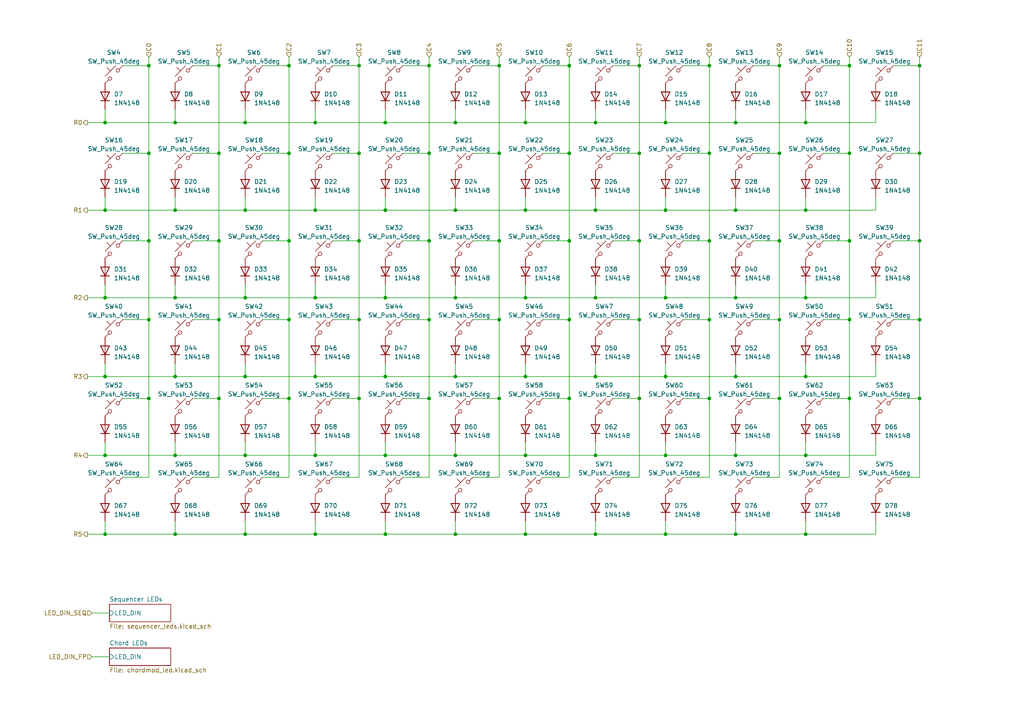
<source format=kicad_sch>
(kicad_sch (version 20230121) (generator eeschema)
  (paper "A4")
  (junction (at 50.8 132.08))
  (junction (at 111.76 109.22))
  (junction (at 226.06 92.71))
  (junction (at 124.46 115.57))
  (junction (at 172.72 132.08))
  (junction (at 266.7 69.85))
  (junction (at 63.5 69.85))
  (junction (at 233.68 109.22))
  (junction (at 71.12 154.94))
  (junction (at 165.1 115.57))
  (junction (at 104.14 19.05))
  (junction (at 71.12 132.08))
  (junction (at 83.82 92.71))
  (junction (at 71.12 35.56))
  (junction (at 83.82 19.05))
  (junction (at 111.76 154.94))
  (junction (at 71.12 109.22))
  (junction (at 246.38 44.45))
  (junction (at 213.36 109.22))
  (junction (at 226.06 115.57))
  (junction (at 43.18 69.85))
  (junction (at 83.82 44.45))
  (junction (at 226.06 69.85))
  (junction (at 246.38 115.57))
  (junction (at 144.78 115.57))
  (junction (at 233.68 60.96))
  (junction (at 43.18 19.05))
  (junction (at 111.76 86.36))
  (junction (at 71.12 60.96))
  (junction (at 43.18 44.45))
  (junction (at 205.74 19.05))
  (junction (at 132.08 35.56))
  (junction (at 185.42 19.05))
  (junction (at 132.08 132.08))
  (junction (at 193.04 109.22))
  (junction (at 213.36 60.96))
  (junction (at 63.5 44.45))
  (junction (at 30.48 132.08))
  (junction (at 172.72 154.94))
  (junction (at 152.4 60.96))
  (junction (at 246.38 69.85))
  (junction (at 63.5 19.05))
  (junction (at 266.7 19.05))
  (junction (at 30.48 35.56))
  (junction (at 165.1 92.71))
  (junction (at 172.72 35.56))
  (junction (at 144.78 19.05))
  (junction (at 213.36 35.56))
  (junction (at 50.8 35.56))
  (junction (at 91.44 35.56))
  (junction (at 71.12 86.36))
  (junction (at 50.8 109.22))
  (junction (at 144.78 92.71))
  (junction (at 172.72 86.36))
  (junction (at 205.74 69.85))
  (junction (at 165.1 19.05))
  (junction (at 165.1 69.85))
  (junction (at 132.08 109.22))
  (junction (at 193.04 86.36))
  (junction (at 124.46 44.45))
  (junction (at 193.04 35.56))
  (junction (at 132.08 154.94))
  (junction (at 124.46 69.85))
  (junction (at 104.14 44.45))
  (junction (at 30.48 154.94))
  (junction (at 83.82 69.85))
  (junction (at 246.38 19.05))
  (junction (at 144.78 69.85))
  (junction (at 226.06 19.05))
  (junction (at 213.36 154.94))
  (junction (at 50.8 86.36))
  (junction (at 91.44 109.22))
  (junction (at 193.04 132.08))
  (junction (at 205.74 92.71))
  (junction (at 43.18 92.71))
  (junction (at 185.42 115.57))
  (junction (at 185.42 92.71))
  (junction (at 104.14 92.71))
  (junction (at 91.44 60.96))
  (junction (at 266.7 115.57))
  (junction (at 152.4 132.08))
  (junction (at 104.14 115.57))
  (junction (at 233.68 154.94))
  (junction (at 193.04 60.96))
  (junction (at 111.76 132.08))
  (junction (at 233.68 35.56))
  (junction (at 132.08 86.36))
  (junction (at 111.76 60.96))
  (junction (at 50.8 154.94))
  (junction (at 83.82 115.57))
  (junction (at 91.44 132.08))
  (junction (at 124.46 19.05))
  (junction (at 104.14 69.85))
  (junction (at 43.18 115.57))
  (junction (at 63.5 115.57))
  (junction (at 172.72 109.22))
  (junction (at 152.4 154.94))
  (junction (at 266.7 44.45))
  (junction (at 226.06 44.45))
  (junction (at 205.74 115.57))
  (junction (at 266.7 92.71))
  (junction (at 50.8 60.96))
  (junction (at 213.36 132.08))
  (junction (at 185.42 44.45))
  (junction (at 165.1 44.45))
  (junction (at 91.44 86.36))
  (junction (at 124.46 92.71))
  (junction (at 111.76 35.56))
  (junction (at 91.44 154.94))
  (junction (at 152.4 109.22))
  (junction (at 144.78 44.45))
  (junction (at 132.08 60.96))
  (junction (at 30.48 60.96))
  (junction (at 152.4 35.56))
  (junction (at 205.74 44.45))
  (junction (at 172.72 60.96))
  (junction (at 233.68 132.08))
  (junction (at 246.38 92.71))
  (junction (at 30.48 86.36))
  (junction (at 30.48 109.22))
  (junction (at 213.36 86.36))
  (junction (at 152.4 86.36))
  (junction (at 233.68 86.36))
  (junction (at 193.04 154.94))
  (junction (at 185.42 69.85))
  (junction (at 63.5 92.71))
  (wire (pts (xy 96.52 92.71) (xy 104.14 92.71)))
  (wire (pts (xy 213.36 82.55) (xy 213.36 86.36)))
  (wire (pts (xy 177.8 92.71) (xy 185.42 92.71)))
  (wire (pts (xy 254 31.75) (xy 254 35.56)))
  (wire (pts (xy 76.2 115.57) (xy 83.82 115.57)))
  (wire (pts (xy 104.14 115.57) (xy 104.14 138.43)))
  (wire (pts (xy 259.08 44.45) (xy 266.7 44.45)))
  (wire (pts (xy 26.67 190.5) (xy 31.75 190.5)))
  (wire (pts (xy 63.5 92.71) (xy 63.5 115.57)))
  (wire (pts (xy 218.44 138.43) (xy 226.06 138.43)))
  (wire (pts (xy 233.68 151.13) (xy 233.68 154.94)))
  (wire (pts (xy 111.76 109.22) (xy 132.08 109.22)))
  (wire (pts (xy 238.76 19.05) (xy 246.38 19.05)))
  (wire (pts (xy 50.8 154.94) (xy 71.12 154.94)))
  (wire (pts (xy 104.14 16.51) (xy 104.14 19.05)))
  (wire (pts (xy 132.08 109.22) (xy 152.4 109.22)))
  (wire (pts (xy 165.1 69.85) (xy 165.1 92.71)))
  (wire (pts (xy 91.44 154.94) (xy 111.76 154.94)))
  (wire (pts (xy 71.12 132.08) (xy 91.44 132.08)))
  (wire (pts (xy 213.36 151.13) (xy 213.36 154.94)))
  (wire (pts (xy 116.84 19.05) (xy 124.46 19.05)))
  (wire (pts (xy 198.12 19.05) (xy 205.74 19.05)))
  (wire (pts (xy 266.7 44.45) (xy 266.7 69.85)))
  (wire (pts (xy 104.14 44.45) (xy 104.14 69.85)))
  (wire (pts (xy 111.76 132.08) (xy 132.08 132.08)))
  (wire (pts (xy 213.36 60.96) (xy 233.68 60.96)))
  (wire (pts (xy 172.72 86.36) (xy 193.04 86.36)))
  (wire (pts (xy 246.38 115.57) (xy 246.38 138.43)))
  (wire (pts (xy 193.04 57.15) (xy 193.04 60.96)))
  (wire (pts (xy 185.42 16.51) (xy 185.42 19.05)))
  (wire (pts (xy 218.44 69.85) (xy 226.06 69.85)))
  (wire (pts (xy 233.68 132.08) (xy 254 132.08)))
  (wire (pts (xy 83.82 69.85) (xy 83.82 92.71)))
  (wire (pts (xy 132.08 128.27) (xy 132.08 132.08)))
  (wire (pts (xy 30.48 154.94) (xy 50.8 154.94)))
  (wire (pts (xy 91.44 35.56) (xy 111.76 35.56)))
  (wire (pts (xy 137.16 19.05) (xy 144.78 19.05)))
  (wire (pts (xy 218.44 19.05) (xy 226.06 19.05)))
  (wire (pts (xy 205.74 44.45) (xy 205.74 69.85)))
  (wire (pts (xy 254 82.55) (xy 254 86.36)))
  (wire (pts (xy 172.72 82.55) (xy 172.72 86.36)))
  (wire (pts (xy 30.48 57.15) (xy 30.48 60.96)))
  (wire (pts (xy 152.4 154.94) (xy 172.72 154.94)))
  (wire (pts (xy 124.46 16.51) (xy 124.46 19.05)))
  (wire (pts (xy 137.16 138.43) (xy 144.78 138.43)))
  (wire (pts (xy 83.82 19.05) (xy 83.82 44.45)))
  (wire (pts (xy 266.7 92.71) (xy 266.7 115.57)))
  (wire (pts (xy 25.4 132.08) (xy 30.48 132.08)))
  (wire (pts (xy 111.76 105.41) (xy 111.76 109.22)))
  (wire (pts (xy 193.04 109.22) (xy 213.36 109.22)))
  (wire (pts (xy 137.16 115.57) (xy 144.78 115.57)))
  (wire (pts (xy 111.76 60.96) (xy 132.08 60.96)))
  (wire (pts (xy 96.52 115.57) (xy 104.14 115.57)))
  (wire (pts (xy 266.7 19.05) (xy 266.7 44.45)))
  (wire (pts (xy 116.84 138.43) (xy 124.46 138.43)))
  (wire (pts (xy 198.12 69.85) (xy 205.74 69.85)))
  (wire (pts (xy 152.4 128.27) (xy 152.4 132.08)))
  (wire (pts (xy 50.8 128.27) (xy 50.8 132.08)))
  (wire (pts (xy 144.78 92.71) (xy 144.78 115.57)))
  (wire (pts (xy 71.12 57.15) (xy 71.12 60.96)))
  (wire (pts (xy 50.8 31.75) (xy 50.8 35.56)))
  (wire (pts (xy 193.04 105.41) (xy 193.04 109.22)))
  (wire (pts (xy 193.04 82.55) (xy 193.04 86.36)))
  (wire (pts (xy 157.48 115.57) (xy 165.1 115.57)))
  (wire (pts (xy 193.04 31.75) (xy 193.04 35.56)))
  (wire (pts (xy 233.68 86.36) (xy 254 86.36)))
  (wire (pts (xy 152.4 82.55) (xy 152.4 86.36)))
  (wire (pts (xy 35.56 138.43) (xy 43.18 138.43)))
  (wire (pts (xy 254 57.15) (xy 254 60.96)))
  (wire (pts (xy 233.68 128.27) (xy 233.68 132.08)))
  (wire (pts (xy 185.42 44.45) (xy 185.42 69.85)))
  (wire (pts (xy 132.08 86.36) (xy 152.4 86.36)))
  (wire (pts (xy 116.84 115.57) (xy 124.46 115.57)))
  (wire (pts (xy 165.1 115.57) (xy 165.1 138.43)))
  (wire (pts (xy 157.48 19.05) (xy 165.1 19.05)))
  (wire (pts (xy 76.2 19.05) (xy 83.82 19.05)))
  (wire (pts (xy 172.72 128.27) (xy 172.72 132.08)))
  (wire (pts (xy 213.36 132.08) (xy 233.68 132.08)))
  (wire (pts (xy 43.18 115.57) (xy 43.18 138.43)))
  (wire (pts (xy 55.88 44.45) (xy 63.5 44.45)))
  (wire (pts (xy 218.44 44.45) (xy 226.06 44.45)))
  (wire (pts (xy 71.12 86.36) (xy 91.44 86.36)))
  (wire (pts (xy 132.08 151.13) (xy 132.08 154.94)))
  (wire (pts (xy 96.52 69.85) (xy 104.14 69.85)))
  (wire (pts (xy 132.08 60.96) (xy 152.4 60.96)))
  (wire (pts (xy 172.72 57.15) (xy 172.72 60.96)))
  (wire (pts (xy 30.48 128.27) (xy 30.48 132.08)))
  (wire (pts (xy 218.44 115.57) (xy 226.06 115.57)))
  (wire (pts (xy 30.48 109.22) (xy 50.8 109.22)))
  (wire (pts (xy 213.36 57.15) (xy 213.36 60.96)))
  (wire (pts (xy 71.12 35.56) (xy 91.44 35.56)))
  (wire (pts (xy 226.06 44.45) (xy 226.06 69.85)))
  (wire (pts (xy 266.7 115.57) (xy 266.7 138.43)))
  (wire (pts (xy 172.72 109.22) (xy 193.04 109.22)))
  (wire (pts (xy 233.68 57.15) (xy 233.68 60.96)))
  (wire (pts (xy 30.48 82.55) (xy 30.48 86.36)))
  (wire (pts (xy 76.2 69.85) (xy 83.82 69.85)))
  (wire (pts (xy 205.74 92.71) (xy 205.74 115.57)))
  (wire (pts (xy 259.08 19.05) (xy 266.7 19.05)))
  (wire (pts (xy 213.36 35.56) (xy 233.68 35.56)))
  (wire (pts (xy 30.48 86.36) (xy 50.8 86.36)))
  (wire (pts (xy 152.4 31.75) (xy 152.4 35.56)))
  (wire (pts (xy 157.48 138.43) (xy 165.1 138.43)))
  (wire (pts (xy 185.42 69.85) (xy 185.42 92.71)))
  (wire (pts (xy 218.44 92.71) (xy 226.06 92.71)))
  (wire (pts (xy 132.08 35.56) (xy 152.4 35.56)))
  (wire (pts (xy 238.76 44.45) (xy 246.38 44.45)))
  (wire (pts (xy 83.82 16.51) (xy 83.82 19.05)))
  (wire (pts (xy 259.08 69.85) (xy 266.7 69.85)))
  (wire (pts (xy 259.08 92.71) (xy 266.7 92.71)))
  (wire (pts (xy 165.1 16.51) (xy 165.1 19.05)))
  (wire (pts (xy 233.68 82.55) (xy 233.68 86.36)))
  (wire (pts (xy 205.74 16.51) (xy 205.74 19.05)))
  (wire (pts (xy 96.52 44.45) (xy 104.14 44.45)))
  (wire (pts (xy 213.36 128.27) (xy 213.36 132.08)))
  (wire (pts (xy 111.76 86.36) (xy 132.08 86.36)))
  (wire (pts (xy 233.68 109.22) (xy 254 109.22)))
  (wire (pts (xy 71.12 109.22) (xy 91.44 109.22)))
  (wire (pts (xy 55.88 19.05) (xy 63.5 19.05)))
  (wire (pts (xy 96.52 19.05) (xy 104.14 19.05)))
  (wire (pts (xy 152.4 60.96) (xy 172.72 60.96)))
  (wire (pts (xy 233.68 60.96) (xy 254 60.96)))
  (wire (pts (xy 71.12 31.75) (xy 71.12 35.56)))
  (wire (pts (xy 157.48 92.71) (xy 165.1 92.71)))
  (wire (pts (xy 246.38 69.85) (xy 246.38 92.71)))
  (wire (pts (xy 193.04 86.36) (xy 213.36 86.36)))
  (wire (pts (xy 254 128.27) (xy 254 132.08)))
  (wire (pts (xy 177.8 19.05) (xy 185.42 19.05)))
  (wire (pts (xy 71.12 128.27) (xy 71.12 132.08)))
  (wire (pts (xy 177.8 44.45) (xy 185.42 44.45)))
  (wire (pts (xy 111.76 31.75) (xy 111.76 35.56)))
  (wire (pts (xy 124.46 69.85) (xy 124.46 92.71)))
  (wire (pts (xy 71.12 105.41) (xy 71.12 109.22)))
  (wire (pts (xy 116.84 69.85) (xy 124.46 69.85)))
  (wire (pts (xy 124.46 19.05) (xy 124.46 44.45)))
  (wire (pts (xy 137.16 69.85) (xy 144.78 69.85)))
  (wire (pts (xy 238.76 115.57) (xy 246.38 115.57)))
  (wire (pts (xy 172.72 35.56) (xy 193.04 35.56)))
  (wire (pts (xy 124.46 115.57) (xy 124.46 138.43)))
  (wire (pts (xy 96.52 138.43) (xy 104.14 138.43)))
  (wire (pts (xy 30.48 31.75) (xy 30.48 35.56)))
  (wire (pts (xy 132.08 82.55) (xy 132.08 86.36)))
  (wire (pts (xy 132.08 154.94) (xy 152.4 154.94)))
  (wire (pts (xy 177.8 69.85) (xy 185.42 69.85)))
  (wire (pts (xy 144.78 69.85) (xy 144.78 92.71)))
  (wire (pts (xy 172.72 31.75) (xy 172.72 35.56)))
  (wire (pts (xy 26.67 177.8) (xy 31.75 177.8)))
  (wire (pts (xy 25.4 109.22) (xy 30.48 109.22)))
  (wire (pts (xy 238.76 138.43) (xy 246.38 138.43)))
  (wire (pts (xy 111.76 128.27) (xy 111.76 132.08)))
  (wire (pts (xy 259.08 115.57) (xy 266.7 115.57)))
  (wire (pts (xy 198.12 115.57) (xy 205.74 115.57)))
  (wire (pts (xy 55.88 138.43) (xy 63.5 138.43)))
  (wire (pts (xy 83.82 115.57) (xy 83.82 138.43)))
  (wire (pts (xy 50.8 109.22) (xy 71.12 109.22)))
  (wire (pts (xy 152.4 105.41) (xy 152.4 109.22)))
  (wire (pts (xy 83.82 92.71) (xy 83.82 115.57)))
  (wire (pts (xy 76.2 44.45) (xy 83.82 44.45)))
  (wire (pts (xy 213.36 31.75) (xy 213.36 35.56)))
  (wire (pts (xy 266.7 69.85) (xy 266.7 92.71)))
  (wire (pts (xy 152.4 86.36) (xy 172.72 86.36)))
  (wire (pts (xy 25.4 35.56) (xy 30.48 35.56)))
  (wire (pts (xy 233.68 105.41) (xy 233.68 109.22)))
  (wire (pts (xy 43.18 19.05) (xy 43.18 44.45)))
  (wire (pts (xy 50.8 60.96) (xy 71.12 60.96)))
  (wire (pts (xy 50.8 132.08) (xy 71.12 132.08)))
  (wire (pts (xy 63.5 44.45) (xy 63.5 69.85)))
  (wire (pts (xy 76.2 92.71) (xy 83.82 92.71)))
  (wire (pts (xy 144.78 44.45) (xy 144.78 69.85)))
  (wire (pts (xy 71.12 60.96) (xy 91.44 60.96)))
  (wire (pts (xy 71.12 154.94) (xy 91.44 154.94)))
  (wire (pts (xy 35.56 115.57) (xy 43.18 115.57)))
  (wire (pts (xy 83.82 44.45) (xy 83.82 69.85)))
  (wire (pts (xy 25.4 154.94) (xy 30.48 154.94)))
  (wire (pts (xy 91.44 109.22) (xy 111.76 109.22)))
  (wire (pts (xy 185.42 115.57) (xy 185.42 138.43)))
  (wire (pts (xy 50.8 105.41) (xy 50.8 109.22)))
  (wire (pts (xy 144.78 19.05) (xy 144.78 44.45)))
  (wire (pts (xy 132.08 31.75) (xy 132.08 35.56)))
  (wire (pts (xy 233.68 154.94) (xy 254 154.94)))
  (wire (pts (xy 111.76 82.55) (xy 111.76 86.36)))
  (wire (pts (xy 124.46 92.71) (xy 124.46 115.57)))
  (wire (pts (xy 193.04 60.96) (xy 213.36 60.96)))
  (wire (pts (xy 254 151.13) (xy 254 154.94)))
  (wire (pts (xy 198.12 92.71) (xy 205.74 92.71)))
  (wire (pts (xy 254 105.41) (xy 254 109.22)))
  (wire (pts (xy 198.12 138.43) (xy 205.74 138.43)))
  (wire (pts (xy 43.18 16.51) (xy 43.18 19.05)))
  (wire (pts (xy 104.14 92.71) (xy 104.14 115.57)))
  (wire (pts (xy 91.44 31.75) (xy 91.44 35.56)))
  (wire (pts (xy 91.44 57.15) (xy 91.44 60.96)))
  (wire (pts (xy 43.18 69.85) (xy 43.18 92.71)))
  (wire (pts (xy 157.48 69.85) (xy 165.1 69.85)))
  (wire (pts (xy 91.44 132.08) (xy 111.76 132.08)))
  (wire (pts (xy 104.14 69.85) (xy 104.14 92.71)))
  (wire (pts (xy 132.08 57.15) (xy 132.08 60.96)))
  (wire (pts (xy 157.48 44.45) (xy 165.1 44.45)))
  (wire (pts (xy 193.04 154.94) (xy 213.36 154.94)))
  (wire (pts (xy 35.56 19.05) (xy 43.18 19.05)))
  (wire (pts (xy 226.06 92.71) (xy 226.06 115.57)))
  (wire (pts (xy 137.16 44.45) (xy 144.78 44.45)))
  (wire (pts (xy 55.88 69.85) (xy 63.5 69.85)))
  (wire (pts (xy 71.12 151.13) (xy 71.12 154.94)))
  (wire (pts (xy 226.06 16.51) (xy 226.06 19.05)))
  (wire (pts (xy 50.8 86.36) (xy 71.12 86.36)))
  (wire (pts (xy 43.18 92.71) (xy 43.18 115.57)))
  (wire (pts (xy 104.14 19.05) (xy 104.14 44.45)))
  (wire (pts (xy 152.4 57.15) (xy 152.4 60.96)))
  (wire (pts (xy 116.84 44.45) (xy 124.46 44.45)))
  (wire (pts (xy 213.36 105.41) (xy 213.36 109.22)))
  (wire (pts (xy 172.72 132.08) (xy 193.04 132.08)))
  (wire (pts (xy 55.88 92.71) (xy 63.5 92.71)))
  (wire (pts (xy 76.2 138.43) (xy 83.82 138.43)))
  (wire (pts (xy 213.36 109.22) (xy 233.68 109.22)))
  (wire (pts (xy 246.38 16.51) (xy 246.38 19.05)))
  (wire (pts (xy 71.12 82.55) (xy 71.12 86.36)))
  (wire (pts (xy 152.4 151.13) (xy 152.4 154.94)))
  (wire (pts (xy 35.56 44.45) (xy 43.18 44.45)))
  (wire (pts (xy 50.8 151.13) (xy 50.8 154.94)))
  (wire (pts (xy 266.7 16.51) (xy 266.7 19.05)))
  (wire (pts (xy 111.76 154.94) (xy 132.08 154.94)))
  (wire (pts (xy 91.44 105.41) (xy 91.44 109.22)))
  (wire (pts (xy 213.36 86.36) (xy 233.68 86.36)))
  (wire (pts (xy 91.44 86.36) (xy 111.76 86.36)))
  (wire (pts (xy 185.42 92.71) (xy 185.42 115.57)))
  (wire (pts (xy 198.12 44.45) (xy 205.74 44.45)))
  (wire (pts (xy 111.76 35.56) (xy 132.08 35.56)))
  (wire (pts (xy 132.08 132.08) (xy 152.4 132.08)))
  (wire (pts (xy 246.38 92.71) (xy 246.38 115.57)))
  (wire (pts (xy 238.76 92.71) (xy 246.38 92.71)))
  (wire (pts (xy 226.06 115.57) (xy 226.06 138.43)))
  (wire (pts (xy 193.04 132.08) (xy 213.36 132.08)))
  (wire (pts (xy 43.18 44.45) (xy 43.18 69.85)))
  (wire (pts (xy 172.72 105.41) (xy 172.72 109.22)))
  (wire (pts (xy 30.48 151.13) (xy 30.48 154.94)))
  (wire (pts (xy 165.1 19.05) (xy 165.1 44.45)))
  (wire (pts (xy 132.08 105.41) (xy 132.08 109.22)))
  (wire (pts (xy 63.5 19.05) (xy 63.5 44.45)))
  (wire (pts (xy 50.8 57.15) (xy 50.8 60.96)))
  (wire (pts (xy 124.46 44.45) (xy 124.46 69.85)))
  (wire (pts (xy 152.4 109.22) (xy 172.72 109.22)))
  (wire (pts (xy 63.5 16.51) (xy 63.5 19.05)))
  (wire (pts (xy 111.76 151.13) (xy 111.76 154.94)))
  (wire (pts (xy 193.04 151.13) (xy 193.04 154.94)))
  (wire (pts (xy 233.68 31.75) (xy 233.68 35.56)))
  (wire (pts (xy 152.4 35.56) (xy 172.72 35.56)))
  (wire (pts (xy 144.78 16.51) (xy 144.78 19.05)))
  (wire (pts (xy 226.06 19.05) (xy 226.06 44.45)))
  (wire (pts (xy 55.88 115.57) (xy 63.5 115.57)))
  (wire (pts (xy 35.56 92.71) (xy 43.18 92.71)))
  (wire (pts (xy 172.72 60.96) (xy 193.04 60.96)))
  (wire (pts (xy 172.72 154.94) (xy 193.04 154.94)))
  (wire (pts (xy 63.5 115.57) (xy 63.5 138.43)))
  (wire (pts (xy 30.48 35.56) (xy 50.8 35.56)))
  (wire (pts (xy 177.8 115.57) (xy 185.42 115.57)))
  (wire (pts (xy 172.72 151.13) (xy 172.72 154.94)))
  (wire (pts (xy 144.78 115.57) (xy 144.78 138.43)))
  (wire (pts (xy 193.04 35.56) (xy 213.36 35.56)))
  (wire (pts (xy 30.48 132.08) (xy 50.8 132.08)))
  (wire (pts (xy 213.36 154.94) (xy 233.68 154.94)))
  (wire (pts (xy 91.44 60.96) (xy 111.76 60.96)))
  (wire (pts (xy 50.8 82.55) (xy 50.8 86.36)))
  (wire (pts (xy 246.38 19.05) (xy 246.38 44.45)))
  (wire (pts (xy 205.74 19.05) (xy 205.74 44.45)))
  (wire (pts (xy 25.4 60.96) (xy 30.48 60.96)))
  (wire (pts (xy 116.84 92.71) (xy 124.46 92.71)))
  (wire (pts (xy 91.44 128.27) (xy 91.44 132.08)))
  (wire (pts (xy 165.1 44.45) (xy 165.1 69.85)))
  (wire (pts (xy 226.06 69.85) (xy 226.06 92.71)))
  (wire (pts (xy 185.42 19.05) (xy 185.42 44.45)))
  (wire (pts (xy 91.44 151.13) (xy 91.44 154.94)))
  (wire (pts (xy 165.1 92.71) (xy 165.1 115.57)))
  (wire (pts (xy 177.8 138.43) (xy 185.42 138.43)))
  (wire (pts (xy 30.48 105.41) (xy 30.48 109.22)))
  (wire (pts (xy 152.4 132.08) (xy 172.72 132.08)))
  (wire (pts (xy 233.68 35.56) (xy 254 35.56)))
  (wire (pts (xy 246.38 44.45) (xy 246.38 69.85)))
  (wire (pts (xy 50.8 35.56) (xy 71.12 35.56)))
  (wire (pts (xy 30.48 60.96) (xy 50.8 60.96)))
  (wire (pts (xy 35.56 69.85) (xy 43.18 69.85)))
  (wire (pts (xy 205.74 69.85) (xy 205.74 92.71)))
  (wire (pts (xy 238.76 69.85) (xy 246.38 69.85)))
  (wire (pts (xy 111.76 57.15) (xy 111.76 60.96)))
  (wire (pts (xy 205.74 115.57) (xy 205.74 138.43)))
  (wire (pts (xy 25.4 86.36) (xy 30.48 86.36)))
  (wire (pts (xy 193.04 128.27) (xy 193.04 132.08)))
  (wire (pts (xy 91.44 82.55) (xy 91.44 86.36)))
  (wire (pts (xy 259.08 138.43) (xy 266.7 138.43)))
  (wire (pts (xy 137.16 92.71) (xy 144.78 92.71)))
  (wire (pts (xy 63.5 69.85) (xy 63.5 92.71)))
  (hierarchical_label "C10" (shape input) (at 246.38 16.51 90))
  (hierarchical_label "C7" (shape input) (at 185.42 16.51 90))
  (hierarchical_label "LED_DIN_FP" (shape input) (at 26.67 190.5 180))
  (hierarchical_label "C1" (shape input) (at 63.5 16.51 90))
  (hierarchical_label "R1" (shape output) (at 25.4 60.96 180))
  (hierarchical_label "C5" (shape input) (at 144.78 16.51 90))
  (hierarchical_label "R5" (shape output) (at 25.4 154.94 180))
  (hierarchical_label "C8" (shape input) (at 205.74 16.51 90))
  (hierarchical_label "R4" (shape output) (at 25.4 132.08 180))
  (hierarchical_label "C2" (shape input) (at 83.82 16.51 90))
  (hierarchical_label "C3" (shape input) (at 104.14 16.51 90))
  (hierarchical_label "R0" (shape output) (at 25.4 35.56 180))
  (hierarchical_label "R2" (shape output) (at 25.4 86.36 180))
  (hierarchical_label "C6" (shape input) (at 165.1 16.51 90))
  (hierarchical_label "R3" (shape output) (at 25.4 109.22 180))
  (hierarchical_label "LED_DIN_SEQ" (shape input) (at 26.67 177.8 180))
  (hierarchical_label "C9" (shape input) (at 226.06 16.51 90))
  (hierarchical_label "C11" (shape input) (at 266.7 16.51 90))
  (hierarchical_label "C4" (shape input) (at 124.46 16.51 90))
  (hierarchical_label "C0" (shape input) (at 43.18 16.51 90))
  (symbol (lib_id "Switch:SW_Push_45deg") (at 93.98 72.39 0) (mirror y) (unit 1)
    (property "Reference" "SW31" (at 93.98 66.04 0))
    (property "Value" "SW_Push_45deg" (at 93.98 68.58 0))
    (property "Footprint" "Button_Switch_THT:SW_PUSH_6mm_H4.3mm" (effects hide))
  )
  (symbol (lib_id "Device:D") (at 233.68 78.74 90) (unit 1)
    (property "Reference" "D41" (at 236.22 78.105 90) (effects (justify right)))
    (property "Value" "1N4148" (at 236.22 80.645 90) (effects (justify right)))
    (property "Footprint" "Diode_THT:D_DO-35_SOD27_P7.62mm_Horizontal" (effects hide))
    (property "Sim.Device" "D" (effects hide))
    (property "Sim.Pins" "1=K 2=A" (effects hide))
  )
  (symbol (lib_id "Switch:SW_Push_45deg") (at 93.98 95.25 0) (mirror y) (unit 1)
    (property "Reference" "SW43" (at 93.98 88.9 0))
    (property "Value" "SW_Push_45deg" (at 93.98 91.44 0))
    (property "Footprint" "Button_Switch_THT:SW_PUSH_6mm_H4.3mm" (effects hide))
  )
  (symbol (lib_id "Device:D") (at 132.08 101.6 90) (unit 1)
    (property "Reference" "D48" (at 134.62 100.965 90) (effects (justify right)))
    (property "Value" "1N4148" (at 134.62 103.505 90) (effects (justify right)))
    (property "Footprint" "Diode_THT:D_DO-35_SOD27_P7.62mm_Horizontal" (effects hide))
    (property "Sim.Device" "D" (effects hide))
    (property "Sim.Pins" "1=K 2=A" (effects hide))
  )
  (symbol (lib_id "Device:D") (at 172.72 53.34 90) (unit 1)
    (property "Reference" "D26" (at 175.26 52.705 90) (effects (justify right)))
    (property "Value" "1N4148" (at 175.26 55.245 90) (effects (justify right)))
    (property "Footprint" "Diode_THT:D_DO-35_SOD27_P7.62mm_Horizontal" (effects hide))
    (property "Sim.Device" "D" (effects hide))
    (property "Sim.Pins" "1=K 2=A" (effects hide))
  )
  (symbol (lib_id "Device:D") (at 30.48 101.6 90) (unit 1)
    (property "Reference" "D43" (at 33.02 100.965 90) (effects (justify right)))
    (property "Value" "1N4148" (at 33.02 103.505 90) (effects (justify right)))
    (property "Footprint" "Diode_THT:D_DO-35_SOD27_P7.62mm_Horizontal" (effects hide))
    (property "Sim.Device" "D" (effects hide))
    (property "Sim.Pins" "1=K 2=A" (effects hide))
  )
  (symbol (lib_id "Device:D") (at 111.76 27.94 90) (unit 1)
    (property "Reference" "D11" (at 114.3 27.305 90) (effects (justify right)))
    (property "Value" "1N4148" (at 114.3 29.845 90) (effects (justify right)))
    (property "Footprint" "Diode_THT:D_DO-35_SOD27_P7.62mm_Horizontal" (effects hide))
    (property "Sim.Device" "D" (effects hide))
    (property "Sim.Pins" "1=K 2=A" (effects hide))
  )
  (symbol (lib_id "Switch:SW_Push_45deg") (at 33.02 95.25 0) (mirror y) (unit 1)
    (property "Reference" "SW40" (at 33.02 88.9 0))
    (property "Value" "SW_Push_45deg" (at 33.02 91.44 0))
    (property "Footprint" "Button_Switch_THT:SW_PUSH_6mm_H4.3mm" (effects hide))
  )
  (symbol (lib_id "Switch:SW_Push_45deg") (at 114.3 95.25 0) (mirror y) (unit 1)
    (property "Reference" "SW44" (at 114.3 88.9 0))
    (property "Value" "SW_Push_45deg" (at 114.3 91.44 0))
    (property "Footprint" "Button_Switch_THT:SW_PUSH_6mm_H4.3mm" (effects hide))
  )
  (symbol (lib_id "Device:D") (at 213.36 101.6 90) (unit 1)
    (property "Reference" "D52" (at 215.9 100.965 90) (effects (justify right)))
    (property "Value" "1N4148" (at 215.9 103.505 90) (effects (justify right)))
    (property "Footprint" "Diode_THT:D_DO-35_SOD27_P7.62mm_Horizontal" (effects hide))
    (property "Sim.Device" "D" (effects hide))
    (property "Sim.Pins" "1=K 2=A" (effects hide))
  )
  (symbol (lib_id "Switch:SW_Push_45deg") (at 215.9 140.97 0) (mirror y) (unit 1)
    (property "Reference" "SW73" (at 215.9 134.62 0))
    (property "Value" "SW_Push_45deg" (at 215.9 137.16 0))
    (property "Footprint" "Button_Switch_THT:SW_PUSH_6mm_H4.3mm" (effects hide))
  )
  (symbol (lib_id "Device:D") (at 71.12 124.46 90) (unit 1)
    (property "Reference" "D57" (at 73.66 123.825 90) (effects (justify right)))
    (property "Value" "1N4148" (at 73.66 126.365 90) (effects (justify right)))
    (property "Footprint" "Diode_THT:D_DO-35_SOD27_P7.62mm_Horizontal" (effects hide))
    (property "Sim.Device" "D" (effects hide))
    (property "Sim.Pins" "1=K 2=A" (effects hide))
  )
  (symbol (lib_id "Switch:SW_Push_45deg") (at 33.02 21.59 0) (mirror y) (unit 1)
    (property "Reference" "SW4" (at 33.02 15.24 0))
    (property "Value" "SW_Push_45deg" (at 33.02 17.78 0))
    (property "Footprint" "Button_Switch_THT:SW_PUSH_6mm_H4.3mm" (effects hide))
  )
  (symbol (lib_id "Device:D") (at 71.12 53.34 90) (unit 1)
    (property "Reference" "D21" (at 73.66 52.705 90) (effects (justify right)))
    (property "Value" "1N4148" (at 73.66 55.245 90) (effects (justify right)))
    (property "Footprint" "Diode_THT:D_DO-35_SOD27_P7.62mm_Horizontal" (effects hide))
    (property "Sim.Device" "D" (effects hide))
    (property "Sim.Pins" "1=K 2=A" (effects hide))
  )
  (symbol (lib_id "Device:D") (at 152.4 147.32 90) (unit 1)
    (property "Reference" "D73" (at 154.94 146.685 90) (effects (justify right)))
    (property "Value" "1N4148" (at 154.94 149.225 90) (effects (justify right)))
    (property "Footprint" "Diode_THT:D_DO-35_SOD27_P7.62mm_Horizontal" (effects hide))
    (property "Sim.Device" "D" (effects hide))
    (property "Sim.Pins" "1=K 2=A" (effects hide))
  )
  (symbol (lib_id "Device:D") (at 132.08 78.74 90) (unit 1)
    (property "Reference" "D36" (at 134.62 78.105 90) (effects (justify right)))
    (property "Value" "1N4148" (at 134.62 80.645 90) (effects (justify right)))
    (property "Footprint" "Diode_THT:D_DO-35_SOD27_P7.62mm_Horizontal" (effects hide))
    (property "Sim.Device" "D" (effects hide))
    (property "Sim.Pins" "1=K 2=A" (effects hide))
  )
  (symbol (lib_id "Switch:SW_Push_45deg") (at 236.22 72.39 0) (mirror y) (unit 1)
    (property "Reference" "SW38" (at 236.22 66.04 0))
    (property "Value" "SW_Push_45deg" (at 236.22 68.58 0))
    (property "Footprint" "Button_Switch_THT:SW_PUSH_6mm_H4.3mm" (effects hide))
  )
  (symbol (lib_id "Device:D") (at 30.48 53.34 90) (unit 1)
    (property "Reference" "D19" (at 33.02 52.705 90) (effects (justify right)))
    (property "Value" "1N4148" (at 33.02 55.245 90) (effects (justify right)))
    (property "Footprint" "Diode_THT:D_DO-35_SOD27_P7.62mm_Horizontal" (effects hide))
    (property "Sim.Device" "D" (effects hide))
    (property "Sim.Pins" "1=K 2=A" (effects hide))
  )
  (symbol (lib_id "Switch:SW_Push_45deg") (at 93.98 140.97 0) (mirror y) (unit 1)
    (property "Reference" "SW67" (at 93.98 134.62 0))
    (property "Value" "SW_Push_45deg" (at 93.98 137.16 0))
    (property "Footprint" "Button_Switch_THT:SW_PUSH_6mm_H4.3mm" (effects hide))
  )
  (symbol (lib_id "Device:D") (at 91.44 147.32 90) (unit 1)
    (property "Reference" "D70" (at 93.98 146.685 90) (effects (justify right)))
    (property "Value" "1N4148" (at 93.98 149.225 90) (effects (justify right)))
    (property "Footprint" "Diode_THT:D_DO-35_SOD27_P7.62mm_Horizontal" (effects hide))
    (property "Sim.Device" "D" (effects hide))
    (property "Sim.Pins" "1=K 2=A" (effects hide))
  )
  (symbol (lib_id "Device:D") (at 91.44 124.46 90) (unit 1)
    (property "Reference" "D58" (at 93.98 123.825 90) (effects (justify right)))
    (property "Value" "1N4148" (at 93.98 126.365 90) (effects (justify right)))
    (property "Footprint" "Diode_THT:D_DO-35_SOD27_P7.62mm_Horizontal" (effects hide))
    (property "Sim.Device" "D" (effects hide))
    (property "Sim.Pins" "1=K 2=A" (effects hide))
  )
  (symbol (lib_id "Device:D") (at 193.04 27.94 90) (unit 1)
    (property "Reference" "D15" (at 195.58 27.305 90) (effects (justify right)))
    (property "Value" "1N4148" (at 195.58 29.845 90) (effects (justify right)))
    (property "Footprint" "Diode_THT:D_DO-35_SOD27_P7.62mm_Horizontal" (effects hide))
    (property "Sim.Device" "D" (effects hide))
    (property "Sim.Pins" "1=K 2=A" (effects hide))
  )
  (symbol (lib_id "Device:D") (at 172.72 101.6 90) (unit 1)
    (property "Reference" "D50" (at 175.26 100.965 90) (effects (justify right)))
    (property "Value" "1N4148" (at 175.26 103.505 90) (effects (justify right)))
    (property "Footprint" "Diode_THT:D_DO-35_SOD27_P7.62mm_Horizontal" (effects hide))
    (property "Sim.Device" "D" (effects hide))
    (property "Sim.Pins" "1=K 2=A" (effects hide))
  )
  (symbol (lib_id "Switch:SW_Push_45deg") (at 33.02 118.11 0) (mirror y) (unit 1)
    (property "Reference" "SW52" (at 33.02 111.76 0))
    (property "Value" "SW_Push_45deg" (at 33.02 114.3 0))
    (property "Footprint" "Button_Switch_THT:SW_PUSH_6mm_H4.3mm" (effects hide))
  )
  (symbol (lib_id "Device:D") (at 254 27.94 90) (unit 1)
    (property "Reference" "D18" (at 256.54 27.305 90) (effects (justify right)))
    (property "Value" "1N4148" (at 256.54 29.845 90) (effects (justify right)))
    (property "Footprint" "Diode_THT:D_DO-35_SOD27_P7.62mm_Horizontal" (effects hide))
    (property "Sim.Device" "D" (effects hide))
    (property "Sim.Pins" "1=K 2=A" (effects hide))
  )
  (symbol (lib_id "Switch:SW_Push_45deg") (at 53.34 95.25 0) (mirror y) (unit 1)
    (property "Reference" "SW41" (at 53.34 88.9 0))
    (property "Value" "SW_Push_45deg" (at 53.34 91.44 0))
    (property "Footprint" "Button_Switch_THT:SW_PUSH_6mm_H4.3mm" (effects hide))
  )
  (symbol (lib_id "Switch:SW_Push_45deg") (at 73.66 95.25 0) (mirror y) (unit 1)
    (property "Reference" "SW42" (at 73.66 88.9 0))
    (property "Value" "SW_Push_45deg" (at 73.66 91.44 0))
    (property "Footprint" "Button_Switch_THT:SW_PUSH_6mm_H4.3mm" (effects hide))
  )
  (symbol (lib_id "Device:D") (at 71.12 27.94 90) (unit 1)
    (property "Reference" "D9" (at 73.66 27.305 90) (effects (justify right)))
    (property "Value" "1N4148" (at 73.66 29.845 90) (effects (justify right)))
    (property "Footprint" "Diode_THT:D_DO-35_SOD27_P7.62mm_Horizontal" (effects hide))
    (property "Sim.Device" "D" (effects hide))
    (property "Sim.Pins" "1=K 2=A" (effects hide))
  )
  (symbol (lib_id "Device:D") (at 254 53.34 90) (unit 1)
    (property "Reference" "D30" (at 256.54 52.705 90) (effects (justify right)))
    (property "Value" "1N4148" (at 256.54 55.245 90) (effects (justify right)))
    (property "Footprint" "Diode_THT:D_DO-35_SOD27_P7.62mm_Horizontal" (effects hide))
    (property "Sim.Device" "D" (effects hide))
    (property "Sim.Pins" "1=K 2=A" (effects hide))
  )
  (symbol (lib_id "Device:D") (at 213.36 53.34 90) (unit 1)
    (property "Reference" "D28" (at 215.9 52.705 90) (effects (justify right)))
    (property "Value" "1N4148" (at 215.9 55.245 90) (effects (justify right)))
    (property "Footprint" "Diode_THT:D_DO-35_SOD27_P7.62mm_Horizontal" (effects hide))
    (property "Sim.Device" "D" (effects hide))
    (property "Sim.Pins" "1=K 2=A" (effects hide))
  )
  (symbol (lib_id "Switch:SW_Push_45deg") (at 195.58 21.59 0) (mirror y) (unit 1)
    (property "Reference" "SW12" (at 195.58 15.24 0))
    (property "Value" "SW_Push_45deg" (at 195.58 17.78 0))
    (property "Footprint" "Button_Switch_THT:SW_PUSH_6mm_H4.3mm" (effects hide))
  )
  (symbol (lib_id "Switch:SW_Push_45deg") (at 73.66 140.97 0) (mirror y) (unit 1)
    (property "Reference" "SW66" (at 73.66 134.62 0))
    (property "Value" "SW_Push_45deg" (at 73.66 137.16 0))
    (property "Footprint" "Button_Switch_THT:SW_PUSH_6mm_H4.3mm" (effects hide))
  )
  (symbol (lib_id "Switch:SW_Push_45deg") (at 93.98 118.11 0) (mirror y) (unit 1)
    (property "Reference" "SW55" (at 93.98 111.76 0))
    (property "Value" "SW_Push_45deg" (at 93.98 114.3 0))
    (property "Footprint" "Button_Switch_THT:SW_PUSH_6mm_H4.3mm" (effects hide))
  )
  (symbol (lib_id "Switch:SW_Push_45deg") (at 236.22 118.11 0) (mirror y) (unit 1)
    (property "Reference" "SW62" (at 236.22 111.76 0))
    (property "Value" "SW_Push_45deg" (at 236.22 114.3 0))
    (property "Footprint" "Button_Switch_THT:SW_PUSH_6mm_H4.3mm" (effects hide))
  )
  (symbol (lib_id "Device:D") (at 233.68 27.94 90) (unit 1)
    (property "Reference" "D17" (at 236.22 27.305 90) (effects (justify right)))
    (property "Value" "1N4148" (at 236.22 29.845 90) (effects (justify right)))
    (property "Footprint" "Diode_THT:D_DO-35_SOD27_P7.62mm_Horizontal" (effects hide))
    (property "Sim.Device" "D" (effects hide))
    (property "Sim.Pins" "1=K 2=A" (effects hide))
  )
  (symbol (lib_id "Device:D") (at 193.04 101.6 90) (unit 1)
    (property "Reference" "D51" (at 195.58 100.965 90) (effects (justify right)))
    (property "Value" "1N4148" (at 195.58 103.505 90) (effects (justify right)))
    (property "Footprint" "Diode_THT:D_DO-35_SOD27_P7.62mm_Horizontal" (effects hide))
    (property "Sim.Device" "D" (effects hide))
    (property "Sim.Pins" "1=K 2=A" (effects hide))
  )
  (symbol (lib_id "Device:D") (at 254 78.74 90) (unit 1)
    (property "Reference" "D42" (at 256.54 78.105 90) (effects (justify right)))
    (property "Value" "1N4148" (at 256.54 80.645 90) (effects (justify right)))
    (property "Footprint" "Diode_THT:D_DO-35_SOD27_P7.62mm_Horizontal" (effects hide))
    (property "Sim.Device" "D" (effects hide))
    (property "Sim.Pins" "1=K 2=A" (effects hide))
  )
  (symbol (lib_id "Switch:SW_Push_45deg") (at 33.02 140.97 0) (mirror y) (unit 1)
    (property "Reference" "SW64" (at 33.02 134.62 0))
    (property "Value" "SW_Push_45deg" (at 33.02 137.16 0))
    (property "Footprint" "Button_Switch_THT:SW_PUSH_6mm_H4.3mm" (effects hide))
  )
  (symbol (lib_id "Device:D") (at 132.08 27.94 90) (unit 1)
    (property "Reference" "D12" (at 134.62 27.305 90) (effects (justify right)))
    (property "Value" "1N4148" (at 134.62 29.845 90) (effects (justify right)))
    (property "Footprint" "Diode_THT:D_DO-35_SOD27_P7.62mm_Horizontal" (effects hide))
    (property "Sim.Device" "D" (effects hide))
    (property "Sim.Pins" "1=K 2=A" (effects hide))
  )
  (symbol (lib_id "Switch:SW_Push_45deg") (at 175.26 140.97 0) (mirror y) (unit 1)
    (property "Reference" "SW71" (at 175.26 134.62 0))
    (property "Value" "SW_Push_45deg" (at 175.26 137.16 0))
    (property "Footprint" "Button_Switch_THT:SW_PUSH_6mm_H4.3mm" (effects hide))
  )
  (symbol (lib_id "Switch:SW_Push_45deg") (at 134.62 118.11 0) (mirror y) (unit 1)
    (property "Reference" "SW57" (at 134.62 111.76 0))
    (property "Value" "SW_Push_45deg" (at 134.62 114.3 0))
    (property "Footprint" "Button_Switch_THT:SW_PUSH_6mm_H4.3mm" (effects hide))
  )
  (symbol (lib_id "Device:D") (at 71.12 147.32 90) (unit 1)
    (property "Reference" "D69" (at 73.66 146.685 90) (effects (justify right)))
    (property "Value" "1N4148" (at 73.66 149.225 90) (effects (justify right)))
    (property "Footprint" "Diode_THT:D_DO-35_SOD27_P7.62mm_Horizontal" (effects hide))
    (property "Sim.Device" "D" (effects hide))
    (property "Sim.Pins" "1=K 2=A" (effects hide))
  )
  (symbol (lib_id "Switch:SW_Push_45deg") (at 256.54 118.11 0) (mirror y) (unit 1)
    (property "Reference" "SW63" (at 256.54 111.76 0))
    (property "Value" "SW_Push_45deg" (at 256.54 114.3 0))
    (property "Footprint" "Button_Switch_THT:SW_PUSH_6mm_H4.3mm" (effects hide))
  )
  (symbol (lib_id "Device:D") (at 152.4 101.6 90) (unit 1)
    (property "Reference" "D49" (at 154.94 100.965 90) (effects (justify right)))
    (property "Value" "1N4148" (at 154.94 103.505 90) (effects (justify right)))
    (property "Footprint" "Diode_THT:D_DO-35_SOD27_P7.62mm_Horizontal" (effects hide))
    (property "Sim.Device" "D" (effects hide))
    (property "Sim.Pins" "1=K 2=A" (effects hide))
  )
  (symbol (lib_id "Device:D") (at 30.48 147.32 90) (unit 1)
    (property "Reference" "D67" (at 33.02 146.685 90) (effects (justify right)))
    (property "Value" "1N4148" (at 33.02 149.225 90) (effects (justify right)))
    (property "Footprint" "Diode_THT:D_DO-35_SOD27_P7.62mm_Horizontal" (effects hide))
    (property "Sim.Device" "D" (effects hide))
    (property "Sim.Pins" "1=K 2=A" (effects hide))
  )
  (symbol (lib_id "Switch:SW_Push_45deg") (at 154.94 140.97 0) (mirror y) (unit 1)
    (property "Reference" "SW70" (at 154.94 134.62 0))
    (property "Value" "SW_Push_45deg" (at 154.94 137.16 0))
    (property "Footprint" "Button_Switch_THT:SW_PUSH_6mm_H4.3mm" (effects hide))
  )
  (symbol (lib_id "Device:D") (at 30.48 124.46 90) (unit 1)
    (property "Reference" "D55" (at 33.02 123.825 90) (effects (justify right)))
    (property "Value" "1N4148" (at 33.02 126.365 90) (effects (justify right)))
    (property "Footprint" "Diode_THT:D_DO-35_SOD27_P7.62mm_Horizontal" (effects hide))
    (property "Sim.Device" "D" (effects hide))
    (property "Sim.Pins" "1=K 2=A" (effects hide))
  )
  (symbol (lib_id "Switch:SW_Push_45deg") (at 53.34 140.97 0) (mirror y) (unit 1)
    (property "Reference" "SW65" (at 53.34 134.62 0))
    (property "Value" "SW_Push_45deg" (at 53.34 137.16 0))
    (property "Footprint" "Button_Switch_THT:SW_PUSH_6mm_H4.3mm" (effects hide))
  )
  (symbol (lib_id "Switch:SW_Push_45deg") (at 134.62 72.39 0) (mirror y) (unit 1)
    (property "Reference" "SW33" (at 134.62 66.04 0))
    (property "Value" "SW_Push_45deg" (at 134.62 68.58 0))
    (property "Footprint" "Button_Switch_THT:SW_PUSH_6mm_H4.3mm" (effects hide))
  )
  (symbol (lib_id "Device:D") (at 152.4 53.34 90) (unit 1)
    (property "Reference" "D25" (at 154.94 52.705 90) (effects (justify right)))
    (property "Value" "1N4148" (at 154.94 55.245 90) (effects (justify right)))
    (property "Footprint" "Diode_THT:D_DO-35_SOD27_P7.62mm_Horizontal" (effects hide))
    (property "Sim.Device" "D" (effects hide))
    (property "Sim.Pins" "1=K 2=A" (effects hide))
  )
  (symbol (lib_id "Device:D") (at 50.8 124.46 90) (unit 1)
    (property "Reference" "D56" (at 53.34 123.825 90) (effects (justify right)))
    (property "Value" "1N4148" (at 53.34 126.365 90) (effects (justify right)))
    (property "Footprint" "Diode_THT:D_DO-35_SOD27_P7.62mm_Horizontal" (effects hide))
    (property "Sim.Device" "D" (effects hide))
    (property "Sim.Pins" "1=K 2=A" (effects hide))
  )
  (symbol (lib_id "Device:D") (at 172.72 78.74 90) (unit 1)
    (property "Reference" "D38" (at 175.26 78.105 90) (effects (justify right)))
    (property "Value" "1N4148" (at 175.26 80.645 90) (effects (justify right)))
    (property "Footprint" "Diode_THT:D_DO-35_SOD27_P7.62mm_Horizontal" (effects hide))
    (property "Sim.Device" "D" (effects hide))
    (property "Sim.Pins" "1=K 2=A" (effects hide))
  )
  (symbol (lib_id "Switch:SW_Push_45deg") (at 154.94 72.39 0) (mirror y) (unit 1)
    (property "Reference" "SW34" (at 154.94 66.04 0))
    (property "Value" "SW_Push_45deg" (at 154.94 68.58 0))
    (property "Footprint" "Button_Switch_THT:SW_PUSH_6mm_H4.3mm" (effects hide))
  )
  (symbol (lib_id "Switch:SW_Push_45deg") (at 175.26 118.11 0) (mirror y) (unit 1)
    (property "Reference" "SW59" (at 175.26 111.76 0))
    (property "Value" "SW_Push_45deg" (at 175.26 114.3 0))
    (property "Footprint" "Button_Switch_THT:SW_PUSH_6mm_H4.3mm" (effects hide))
  )
  (symbol (lib_id "Switch:SW_Push_45deg") (at 53.34 118.11 0) (mirror y) (unit 1)
    (property "Reference" "SW53" (at 53.34 111.76 0))
    (property "Value" "SW_Push_45deg" (at 53.34 114.3 0))
    (property "Footprint" "Button_Switch_THT:SW_PUSH_6mm_H4.3mm" (effects hide))
  )
  (symbol (lib_id "Device:D") (at 213.36 27.94 90) (unit 1)
    (property "Reference" "D16" (at 215.9 27.305 90) (effects (justify right)))
    (property "Value" "1N4148" (at 215.9 29.845 90) (effects (justify right)))
    (property "Footprint" "Diode_THT:D_DO-35_SOD27_P7.62mm_Horizontal" (effects hide))
    (property "Sim.Device" "D" (effects hide))
    (property "Sim.Pins" "1=K 2=A" (effects hide))
  )
  (symbol (lib_id "Device:D") (at 71.12 78.74 90) (unit 1)
    (property "Reference" "D33" (at 73.66 78.105 90) (effects (justify right)))
    (property "Value" "1N4148" (at 73.66 80.645 90) (effects (justify right)))
    (property "Footprint" "Diode_THT:D_DO-35_SOD27_P7.62mm_Horizontal" (effects hide))
    (property "Sim.Device" "D" (effects hide))
    (property "Sim.Pins" "1=K 2=A" (effects hide))
  )
  (symbol (lib_id "Switch:SW_Push_45deg") (at 256.54 95.25 0) (mirror y) (unit 1)
    (property "Reference" "SW51" (at 256.54 88.9 0))
    (property "Value" "SW_Push_45deg" (at 256.54 91.44 0))
    (property "Footprint" "Button_Switch_THT:SW_PUSH_6mm_H4.3mm" (effects hide))
  )
  (symbol (lib_id "Switch:SW_Push_45deg") (at 114.3 118.11 0) (mirror y) (unit 1)
    (property "Reference" "SW56" (at 114.3 111.76 0))
    (property "Value" "SW_Push_45deg" (at 114.3 114.3 0))
    (property "Footprint" "Button_Switch_THT:SW_PUSH_6mm_H4.3mm" (effects hide))
  )
  (symbol (lib_id "Switch:SW_Push_45deg") (at 215.9 21.59 0) (mirror y) (unit 1)
    (property "Reference" "SW13" (at 215.9 15.24 0))
    (property "Value" "SW_Push_45deg" (at 215.9 17.78 0))
    (property "Footprint" "Button_Switch_THT:SW_PUSH_6mm_H4.3mm" (effects hide))
  )
  (symbol (lib_id "Switch:SW_Push_45deg") (at 114.3 140.97 0) (mirror y) (unit 1)
    (property "Reference" "SW68" (at 114.3 134.62 0))
    (property "Value" "SW_Push_45deg" (at 114.3 137.16 0))
    (property "Footprint" "Button_Switch_THT:SW_PUSH_6mm_H4.3mm" (effects hide))
  )
  (symbol (lib_id "Switch:SW_Push_45deg") (at 33.02 46.99 0) (mirror y) (unit 1)
    (property "Reference" "SW16" (at 33.02 40.64 0))
    (property "Value" "SW_Push_45deg" (at 33.02 43.18 0))
    (property "Footprint" "Button_Switch_THT:SW_PUSH_6mm_H4.3mm" (effects hide))
  )
  (symbol (lib_id "Switch:SW_Push_45deg") (at 195.58 46.99 0) (mirror y) (unit 1)
    (property "Reference" "SW24" (at 195.58 40.64 0))
    (property "Value" "SW_Push_45deg" (at 195.58 43.18 0))
    (property "Footprint" "Button_Switch_THT:SW_PUSH_6mm_H4.3mm" (effects hide))
  )
  (symbol (lib_id "Switch:SW_Push_45deg") (at 154.94 21.59 0) (mirror y) (unit 1)
    (property "Reference" "SW10" (at 154.94 15.24 0))
    (property "Value" "SW_Push_45deg" (at 154.94 17.78 0))
    (property "Footprint" "Button_Switch_THT:SW_PUSH_6mm_H4.3mm" (effects hide))
  )
  (symbol (lib_id "Device:D") (at 172.72 147.32 90) (unit 1)
    (property "Reference" "D74" (at 175.26 146.685 90) (effects (justify right)))
    (property "Value" "1N4148" (at 175.26 149.225 90) (effects (justify right)))
    (property "Footprint" "Diode_THT:D_DO-35_SOD27_P7.62mm_Horizontal" (effects hide))
    (property "Sim.Device" "D" (effects hide))
    (property "Sim.Pins" "1=K 2=A" (effects hide))
  )
  (symbol (lib_id "Device:D") (at 132.08 53.34 90) (unit 1)
    (property "Reference" "D24" (at 134.62 52.705 90) (effects (justify right)))
    (property "Value" "1N4148" (at 134.62 55.245 90) (effects (justify right)))
    (property "Footprint" "Diode_THT:D_DO-35_SOD27_P7.62mm_Horizontal" (effects hide))
    (property "Sim.Device" "D" (effects hide))
    (property "Sim.Pins" "1=K 2=A" (effects hide))
  )
  (symbol (lib_id "Switch:SW_Push_45deg") (at 114.3 21.59 0) (mirror y) (unit 1)
    (property "Reference" "SW8" (at 114.3 15.24 0))
    (property "Value" "SW_Push_45deg" (at 114.3 17.78 0))
    (property "Footprint" "Button_Switch_THT:SW_PUSH_6mm_H4.3mm" (effects hide))
  )
  (symbol (lib_id "Switch:SW_Push_45deg") (at 215.9 46.99 0) (mirror y) (unit 1)
    (property "Reference" "SW25" (at 215.9 40.64 0))
    (property "Value" "SW_Push_45deg" (at 215.9 43.18 0))
    (property "Footprint" "Button_Switch_THT:SW_PUSH_6mm_H4.3mm" (effects hide))
  )
  (symbol (lib_id "Device:D") (at 111.76 124.46 90) (unit 1)
    (property "Reference" "D59" (at 114.3 123.825 90) (effects (justify right)))
    (property "Value" "1N4148" (at 114.3 126.365 90) (effects (justify right)))
    (property "Footprint" "Diode_THT:D_DO-35_SOD27_P7.62mm_Horizontal" (effects hide))
    (property "Sim.Device" "D" (effects hide))
    (property "Sim.Pins" "1=K 2=A" (effects hide))
  )
  (symbol (lib_id "Switch:SW_Push_45deg") (at 73.66 21.59 0) (mirror y) (unit 1)
    (property "Reference" "SW6" (at 73.66 15.24 0))
    (property "Value" "SW_Push_45deg" (at 73.66 17.78 0))
    (property "Footprint" "Button_Switch_THT:SW_PUSH_6mm_H4.3mm" (effects hide))
  )
  (symbol (lib_id "Switch:SW_Push_45deg") (at 256.54 46.99 0) (mirror y) (unit 1)
    (property "Reference" "SW27" (at 256.54 40.64 0))
    (property "Value" "SW_Push_45deg" (at 256.54 43.18 0))
    (property "Footprint" "Button_Switch_THT:SW_PUSH_6mm_H4.3mm" (effects hide))
  )
  (symbol (lib_id "Device:D") (at 50.8 53.34 90) (unit 1)
    (property "Reference" "D20" (at 53.34 52.705 90) (effects (justify right)))
    (property "Value" "1N4148" (at 53.34 55.245 90) (effects (justify right)))
    (property "Footprint" "Diode_THT:D_DO-35_SOD27_P7.62mm_Horizontal" (effects hide))
    (property "Sim.Device" "D" (effects hide))
    (property "Sim.Pins" "1=K 2=A" (effects hide))
  )
  (symbol (lib_id "Device:D") (at 111.76 53.34 90) (unit 1)
    (property "Reference" "D23" (at 114.3 52.705 90) (effects (justify right)))
    (property "Value" "1N4148" (at 114.3 55.245 90) (effects (justify right)))
    (property "Footprint" "Diode_THT:D_DO-35_SOD27_P7.62mm_Horizontal" (effects hide))
    (property "Sim.Device" "D" (effects hide))
    (property "Sim.Pins" "1=K 2=A" (effects hide))
  )
  (symbol (lib_id "Switch:SW_Push_45deg") (at 33.02 72.39 0) (mirror y) (unit 1)
    (property "Reference" "SW28" (at 33.02 66.04 0))
    (property "Value" "SW_Push_45deg" (at 33.02 68.58 0))
    (property "Footprint" "Button_Switch_THT:SW_PUSH_6mm_H4.3mm" (effects hide))
  )
  (symbol (lib_id "Device:D") (at 172.72 124.46 90) (unit 1)
    (property "Reference" "D62" (at 175.26 123.825 90) (effects (justify right)))
    (property "Value" "1N4148" (at 175.26 126.365 90) (effects (justify right)))
    (property "Footprint" "Diode_THT:D_DO-35_SOD27_P7.62mm_Horizontal" (effects hide))
    (property "Sim.Device" "D" (effects hide))
    (property "Sim.Pins" "1=K 2=A" (effects hide))
  )
  (symbol (lib_id "Switch:SW_Push_45deg") (at 256.54 140.97 0) (mirror y) (unit 1)
    (property "Reference" "SW75" (at 256.54 134.62 0))
    (property "Value" "SW_Push_45deg" (at 256.54 137.16 0))
    (property "Footprint" "Button_Switch_THT:SW_PUSH_6mm_H4.3mm" (effects hide))
  )
  (symbol (lib_id "Device:D") (at 111.76 101.6 90) (unit 1)
    (property "Reference" "D47" (at 114.3 100.965 90) (effects (justify right)))
    (property "Value" "1N4148" (at 114.3 103.505 90) (effects (justify right)))
    (property "Footprint" "Diode_THT:D_DO-35_SOD27_P7.62mm_Horizontal" (effects hide))
    (property "Sim.Device" "D" (effects hide))
    (property "Sim.Pins" "1=K 2=A" (effects hide))
  )
  (symbol (lib_id "Device:D") (at 91.44 101.6 90) (unit 1)
    (property "Reference" "D46" (at 93.98 100.965 90) (effects (justify right)))
    (property "Value" "1N4148" (at 93.98 103.505 90) (effects (justify right)))
    (property "Footprint" "Diode_THT:D_DO-35_SOD27_P7.62mm_Horizontal" (effects hide))
    (property "Sim.Device" "D" (effects hide))
    (property "Sim.Pins" "1=K 2=A" (effects hide))
  )
  (symbol (lib_id "Switch:SW_Push_45deg") (at 93.98 46.99 0) (mirror y) (unit 1)
    (property "Reference" "SW19" (at 93.98 40.64 0))
    (property "Value" "SW_Push_45deg" (at 93.98 43.18 0))
    (property "Footprint" "Button_Switch_THT:SW_PUSH_6mm_H4.3mm" (effects hide))
  )
  (symbol (lib_id "Device:D") (at 91.44 53.34 90) (unit 1)
    (property "Reference" "D22" (at 93.98 52.705 90) (effects (justify right)))
    (property "Value" "1N4148" (at 93.98 55.245 90) (effects (justify right)))
    (property "Footprint" "Diode_THT:D_DO-35_SOD27_P7.62mm_Horizontal" (effects hide))
    (property "Sim.Device" "D" (effects hide))
    (property "Sim.Pins" "1=K 2=A" (effects hide))
  )
  (symbol (lib_id "Switch:SW_Push_45deg") (at 195.58 95.25 0) (mirror y) (unit 1)
    (property "Reference" "SW48" (at 195.58 88.9 0))
    (property "Value" "SW_Push_45deg" (at 195.58 91.44 0))
    (property "Footprint" "Button_Switch_THT:SW_PUSH_6mm_H4.3mm" (effects hide))
  )
  (symbol (lib_id "Switch:SW_Push_45deg") (at 134.62 21.59 0) (mirror y) (unit 1)
    (property "Reference" "SW9" (at 134.62 15.24 0))
    (property "Value" "SW_Push_45deg" (at 134.62 17.78 0))
    (property "Footprint" "Button_Switch_THT:SW_PUSH_6mm_H4.3mm" (effects hide))
  )
  (symbol (lib_id "Device:D") (at 254 124.46 90) (unit 1)
    (property "Reference" "D66" (at 256.54 123.825 90) (effects (justify right)))
    (property "Value" "1N4148" (at 256.54 126.365 90) (effects (justify right)))
    (property "Footprint" "Diode_THT:D_DO-35_SOD27_P7.62mm_Horizontal" (effects hide))
    (property "Sim.Device" "D" (effects hide))
    (property "Sim.Pins" "1=K 2=A" (effects hide))
  )
  (symbol (lib_id "Switch:SW_Push_45deg") (at 114.3 46.99 0) (mirror y) (unit 1)
    (property "Reference" "SW20" (at 114.3 40.64 0))
    (property "Value" "SW_Push_45deg" (at 114.3 43.18 0))
    (property "Footprint" "Button_Switch_THT:SW_PUSH_6mm_H4.3mm" (effects hide))
  )
  (symbol (lib_id "Device:D") (at 91.44 27.94 90) (unit 1)
    (property "Reference" "D10" (at 93.98 27.305 90) (effects (justify right)))
    (property "Value" "1N4148" (at 93.98 29.845 90) (effects (justify right)))
    (property "Footprint" "Diode_THT:D_DO-35_SOD27_P7.62mm_Horizontal" (effects hide))
    (property "Sim.Device" "D" (effects hide))
    (property "Sim.Pins" "1=K 2=A" (effects hide))
  )
  (symbol (lib_id "Device:D") (at 152.4 27.94 90) (unit 1)
    (property "Reference" "D13" (at 154.94 27.305 90) (effects (justify right)))
    (property "Value" "1N4148" (at 154.94 29.845 90) (effects (justify right)))
    (property "Footprint" "Diode_THT:D_DO-35_SOD27_P7.62mm_Horizontal" (effects hide))
    (property "Sim.Device" "D" (effects hide))
    (property "Sim.Pins" "1=K 2=A" (effects hide))
  )
  (symbol (lib_id "Switch:SW_Push_45deg") (at 175.26 95.25 0) (mirror y) (unit 1)
    (property "Reference" "SW47" (at 175.26 88.9 0))
    (property "Value" "SW_Push_45deg" (at 175.26 91.44 0))
    (property "Footprint" "Button_Switch_THT:SW_PUSH_6mm_H4.3mm" (effects hide))
  )
  (symbol (lib_id "Switch:SW_Push_45deg") (at 73.66 72.39 0) (mirror y) (unit 1)
    (property "Reference" "SW30" (at 73.66 66.04 0))
    (property "Value" "SW_Push_45deg" (at 73.66 68.58 0))
    (property "Footprint" "Button_Switch_THT:SW_PUSH_6mm_H4.3mm" (effects hide))
  )
  (symbol (lib_id "Switch:SW_Push_45deg") (at 134.62 95.25 0) (mirror y) (unit 1)
    (property "Reference" "SW45" (at 134.62 88.9 0))
    (property "Value" "SW_Push_45deg" (at 134.62 91.44 0))
    (property "Footprint" "Button_Switch_THT:SW_PUSH_6mm_H4.3mm" (effects hide))
  )
  (symbol (lib_id "Device:D") (at 193.04 78.74 90) (unit 1)
    (property "Reference" "D39" (at 195.58 78.105 90) (effects (justify right)))
    (property "Value" "1N4148" (at 195.58 80.645 90) (effects (justify right)))
    (property "Footprint" "Diode_THT:D_DO-35_SOD27_P7.62mm_Horizontal" (effects hide))
    (property "Sim.Device" "D" (effects hide))
    (property "Sim.Pins" "1=K 2=A" (effects hide))
  )
  (symbol (lib_id "Device:D") (at 50.8 101.6 90) (unit 1)
    (property "Reference" "D44" (at 53.34 100.965 90) (effects (justify right)))
    (property "Value" "1N4148" (at 53.34 103.505 90) (effects (justify right)))
    (property "Footprint" "Diode_THT:D_DO-35_SOD27_P7.62mm_Horizontal" (effects hide))
    (property "Sim.Device" "D" (effects hide))
    (property "Sim.Pins" "1=K 2=A" (effects hide))
  )
  (symbol (lib_id "Switch:SW_Push_45deg") (at 73.66 118.11 0) (mirror y) (unit 1)
    (property "Reference" "SW54" (at 73.66 111.76 0))
    (property "Value" "SW_Push_45deg" (at 73.66 114.3 0))
    (property "Footprint" "Button_Switch_THT:SW_PUSH_6mm_H4.3mm" (effects hide))
  )
  (symbol (lib_id "Device:D") (at 193.04 147.32 90) (unit 1)
    (property "Reference" "D75" (at 195.58 146.685 90) (effects (justify right)))
    (property "Value" "1N4148" (at 195.58 149.225 90) (effects (justify right)))
    (property "Footprint" "Diode_THT:D_DO-35_SOD27_P7.62mm_Horizontal" (effects hide))
    (property "Sim.Device" "D" (effects hide))
    (property "Sim.Pins" "1=K 2=A" (effects hide))
  )
  (symbol (lib_id "Device:D") (at 30.48 78.74 90) (unit 1)
    (property "Reference" "D31" (at 33.02 78.105 90) (effects (justify right)))
    (property "Value" "1N4148" (at 33.02 80.645 90) (effects (justify right)))
    (property "Footprint" "Diode_THT:D_DO-35_SOD27_P7.62mm_Horizontal" (effects hide))
    (property "Sim.Device" "D" (effects hide))
    (property "Sim.Pins" "1=K 2=A" (effects hide))
  )
  (symbol (lib_id "Device:D") (at 111.76 78.74 90) (unit 1)
    (property "Reference" "D35" (at 114.3 78.105 90) (effects (justify right)))
    (property "Value" "1N4148" (at 114.3 80.645 90) (effects (justify right)))
    (property "Footprint" "Diode_THT:D_DO-35_SOD27_P7.62mm_Horizontal" (effects hide))
    (property "Sim.Device" "D" (effects hide))
    (property "Sim.Pins" "1=K 2=A" (effects hide))
  )
  (symbol (lib_id "Device:D") (at 233.68 53.34 90) (unit 1)
    (property "Reference" "D29" (at 236.22 52.705 90) (effects (justify right)))
    (property "Value" "1N4148" (at 236.22 55.245 90) (effects (justify right)))
    (property "Footprint" "Diode_THT:D_DO-35_SOD27_P7.62mm_Horizontal" (effects hide))
    (property "Sim.Device" "D" (effects hide))
    (property "Sim.Pins" "1=K 2=A" (effects hide))
  )
  (symbol (lib_id "Switch:SW_Push_45deg") (at 175.26 46.99 0) (mirror y) (unit 1)
    (property "Reference" "SW23" (at 175.26 40.64 0))
    (property "Value" "SW_Push_45deg" (at 175.26 43.18 0))
    (property "Footprint" "Button_Switch_THT:SW_PUSH_6mm_H4.3mm" (effects hide))
  )
  (symbol (lib_id "Switch:SW_Push_45deg") (at 236.22 46.99 0) (mirror y) (unit 1)
    (property "Reference" "SW26" (at 236.22 40.64 0))
    (property "Value" "SW_Push_45deg" (at 236.22 43.18 0))
    (property "Footprint" "Button_Switch_THT:SW_PUSH_6mm_H4.3mm" (effects hide))
  )
  (symbol (lib_id "Device:D") (at 233.68 101.6 90) (unit 1)
    (property "Reference" "D53" (at 236.22 100.965 90) (effects (justify right)))
    (property "Value" "1N4148" (at 236.22 103.505 90) (effects (justify right)))
    (property "Footprint" "Diode_THT:D_DO-35_SOD27_P7.62mm_Horizontal" (effects hide))
    (property "Sim.Device" "D" (effects hide))
    (property "Sim.Pins" "1=K 2=A" (effects hide))
  )
  (symbol (lib_id "Switch:SW_Push_45deg") (at 195.58 118.11 0) (mirror y) (unit 1)
    (property "Reference" "SW60" (at 195.58 111.76 0))
    (property "Value" "SW_Push_45deg" (at 195.58 114.3 0))
    (property "Footprint" "Button_Switch_THT:SW_PUSH_6mm_H4.3mm" (effects hide))
  )
  (symbol (lib_id "Device:D") (at 152.4 124.46 90) (unit 1)
    (property "Reference" "D61" (at 154.94 123.825 90) (effects (justify right)))
    (property "Value" "1N4148" (at 154.94 126.365 90) (effects (justify right)))
    (property "Footprint" "Diode_THT:D_DO-35_SOD27_P7.62mm_Horizontal" (effects hide))
    (property "Sim.Device" "D" (effects hide))
    (property "Sim.Pins" "1=K 2=A" (effects hide))
  )
  (symbol (lib_id "Device:D") (at 30.48 27.94 90) (unit 1)
    (property "Reference" "D7" (at 33.02 27.305 90) (effects (justify right)))
    (property "Value" "1N4148" (at 33.02 29.845 90) (effects (justify right)))
    (property "Footprint" "Diode_THT:D_DO-35_SOD27_P7.62mm_Horizontal" (effects hide))
    (property "Sim.Device" "D" (effects hide))
    (property "Sim.Pins" "1=K 2=A" (effects hide))
  )
  (symbol (lib_id "Switch:SW_Push_45deg") (at 215.9 118.11 0) (mirror y) (unit 1)
    (property "Reference" "SW61" (at 215.9 111.76 0))
    (property "Value" "SW_Push_45deg" (at 215.9 114.3 0))
    (property "Footprint" "Button_Switch_THT:SW_PUSH_6mm_H4.3mm" (effects hide))
  )
  (symbol (lib_id "Switch:SW_Push_45deg") (at 154.94 46.99 0) (mirror y) (unit 1)
    (property "Reference" "SW22" (at 154.94 40.64 0))
    (property "Value" "SW_Push_45deg" (at 154.94 43.18 0))
    (property "Footprint" "Button_Switch_THT:SW_PUSH_6mm_H4.3mm" (effects hide))
  )
  (symbol (lib_id "Switch:SW_Push_45deg") (at 134.62 140.97 0) (mirror y) (unit 1)
    (property "Reference" "SW69" (at 134.62 134.62 0))
    (property "Value" "SW_Push_45deg" (at 134.62 137.16 0))
    (property "Footprint" "Button_Switch_THT:SW_PUSH_6mm_H4.3mm" (effects hide))
  )
  (symbol (lib_id "Switch:SW_Push_45deg") (at 236.22 21.59 0) (mirror y) (unit 1)
    (property "Reference" "SW14" (at 236.22 15.24 0))
    (property "Value" "SW_Push_45deg" (at 236.22 17.78 0))
    (property "Footprint" "Button_Switch_THT:SW_PUSH_6mm_H4.3mm" (effects hide))
  )
  (symbol (lib_id "Switch:SW_Push_45deg") (at 53.34 72.39 0) (mirror y) (unit 1)
    (property "Reference" "SW29" (at 53.34 66.04 0))
    (property "Value" "SW_Push_45deg" (at 53.34 68.58 0))
    (property "Footprint" "Button_Switch_THT:SW_PUSH_6mm_H4.3mm" (effects hide))
  )
  (symbol (lib_id "Switch:SW_Push_45deg") (at 175.26 21.59 0) (mirror y) (unit 1)
    (property "Reference" "SW11" (at 175.26 15.24 0))
    (property "Value" "SW_Push_45deg" (at 175.26 17.78 0))
    (property "Footprint" "Button_Switch_THT:SW_PUSH_6mm_H4.3mm" (effects hide))
  )
  (symbol (lib_id "Device:D") (at 111.76 147.32 90) (unit 1)
    (property "Reference" "D71" (at 114.3 146.685 90) (effects (justify right)))
    (property "Value" "1N4148" (at 114.3 149.225 90) (effects (justify right)))
    (property "Footprint" "Diode_THT:D_DO-35_SOD27_P7.62mm_Horizontal" (effects hide))
    (property "Sim.Device" "D" (effects hide))
    (property "Sim.Pins" "1=K 2=A" (effects hide))
  )
  (symbol (lib_id "Device:D") (at 193.04 53.34 90) (unit 1)
    (property "Reference" "D27" (at 195.58 52.705 90) (effects (justify right)))
    (property "Value" "1N4148" (at 195.58 55.245 90) (effects (justify right)))
    (property "Footprint" "Diode_THT:D_DO-35_SOD27_P7.62mm_Horizontal" (effects hide))
    (property "Sim.Device" "D" (effects hide))
    (property "Sim.Pins" "1=K 2=A" (effects hide))
  )
  (symbol (lib_id "Switch:SW_Push_45deg") (at 236.22 95.25 0) (mirror y) (unit 1)
    (property "Reference" "SW50" (at 236.22 88.9 0))
    (property "Value" "SW_Push_45deg" (at 236.22 91.44 0))
    (property "Footprint" "Button_Switch_THT:SW_PUSH_6mm_H4.3mm" (effects hide))
  )
  (symbol (lib_id "Device:D") (at 213.36 147.32 90) (unit 1)
    (property "Reference" "D76" (at 215.9 146.685 90) (effects (justify right)))
    (property "Value" "1N4148" (at 215.9 149.225 90) (effects (justify right)))
    (property "Footprint" "Diode_THT:D_DO-35_SOD27_P7.62mm_Horizontal" (effects hide))
    (property "Sim.Device" "D" (effects hide))
    (property "Sim.Pins" "1=K 2=A" (effects hide))
  )
  (symbol (lib_id "Switch:SW_Push_45deg") (at 195.58 140.97 0) (mirror y) (unit 1)
    (property "Reference" "SW72" (at 195.58 134.62 0))
    (property "Value" "SW_Push_45deg" (at 195.58 137.16 0))
    (property "Footprint" "Button_Switch_THT:SW_PUSH_6mm_H4.3mm" (effects hide))
  )
  (symbol (lib_id "Device:D") (at 152.4 78.74 90) (unit 1)
    (property "Reference" "D37" (at 154.94 78.105 90) (effects (justify right)))
    (property "Value" "1N4148" (at 154.94 80.645 90) (effects (justify right)))
    (property "Footprint" "Diode_THT:D_DO-35_SOD27_P7.62mm_Horizontal" (effects hide))
    (property "Sim.Device" "D" (effects hide))
    (property "Sim.Pins" "1=K 2=A" (effects hide))
  )
  (symbol (lib_id "Switch:SW_Push_45deg") (at 236.22 140.97 0) (mirror y) (unit 1)
    (property "Reference" "SW74" (at 236.22 134.62 0))
    (property "Value" "SW_Push_45deg" (at 236.22 137.16 0))
    (property "Footprint" "Button_Switch_THT:SW_PUSH_6mm_H4.3mm" (effects hide))
  )
  (symbol (lib_id "Device:D") (at 213.36 78.74 90) (unit 1)
    (property "Reference" "D40" (at 215.9 78.105 90) (effects (justify right)))
    (property "Value" "1N4148" (at 215.9 80.645 90) (effects (justify right)))
    (property "Footprint" "Diode_THT:D_DO-35_SOD27_P7.62mm_Horizontal" (effects hide))
    (property "Sim.Device" "D" (effects hide))
    (property "Sim.Pins" "1=K 2=A" (effects hide))
  )
  (symbol (lib_id "Device:D") (at 172.72 27.94 90) (unit 1)
    (property "Reference" "D14" (at 175.26 27.305 90) (effects (justify right)))
    (property "Value" "1N4148" (at 175.26 29.845 90) (effects (justify right)))
    (property "Footprint" "Diode_THT:D_DO-35_SOD27_P7.62mm_Horizontal" (effects hide))
    (property "Sim.Device" "D" (effects hide))
    (property "Sim.Pins" "1=K 2=A" (effects hide))
  )
  (symbol (lib_id "Switch:SW_Push_45deg") (at 53.34 46.99 0) (mirror y) (unit 1)
    (property "Reference" "SW17" (at 53.34 40.64 0))
    (property "Value" "SW_Push_45deg" (at 53.34 43.18 0))
    (property "Footprint" "Button_Switch_THT:SW_PUSH_6mm_H4.3mm" (effects hide))
  )
  (symbol (lib_id "Device:D") (at 91.44 78.74 90) (unit 1)
    (property "Reference" "D34" (at 93.98 78.105 90) (effects (justify right)))
    (property "Value" "1N4148" (at 93.98 80.645 90) (effects (justify right)))
    (property "Footprint" "Diode_THT:D_DO-35_SOD27_P7.62mm_Horizontal" (effects hide))
    (property "Sim.Device" "D" (effects hide))
    (property "Sim.Pins" "1=K 2=A" (effects hide))
  )
  (symbol (lib_id "Device:D") (at 50.8 147.32 90) (unit 1)
    (property "Reference" "D68" (at 53.34 146.685 90) (effects (justify right)))
    (property "Value" "1N4148" (at 53.34 149.225 90) (effects (justify right)))
    (property "Footprint" "Diode_THT:D_DO-35_SOD27_P7.62mm_Horizontal" (effects hide))
    (property "Sim.Device" "D" (effects hide))
    (property "Sim.Pins" "1=K 2=A" (effects hide))
  )
  (symbol (lib_id "Switch:SW_Push_45deg") (at 93.98 21.59 0) (mirror y) (unit 1)
    (property "Reference" "SW7" (at 93.98 15.24 0))
    (property "Value" "SW_Push_45deg" (at 93.98 17.78 0))
    (property "Footprint" "Button_Switch_THT:SW_PUSH_6mm_H4.3mm" (effects hide))
  )
  (symbol (lib_id "Device:D") (at 233.68 147.32 90) (unit 1)
    (property "Reference" "D77" (at 236.22 146.685 90) (effects (justify right)))
    (property "Value" "1N4148" (at 236.22 149.225 90) (effects (justify right)))
    (property "Footprint" "Diode_THT:D_DO-35_SOD27_P7.62mm_Horizontal" (effects hide))
    (property "Sim.Device" "D" (effects hide))
    (property "Sim.Pins" "1=K 2=A" (effects hide))
  )
  (symbol (lib_id "Switch:SW_Push_45deg") (at 114.3 72.39 0) (mirror y) (unit 1)
    (property "Reference" "SW32" (at 114.3 66.04 0))
    (property "Value" "SW_Push_45deg" (at 114.3 68.58 0))
    (property "Footprint" "Button_Switch_THT:SW_PUSH_6mm_H4.3mm" (effects hide))
  )
  (symbol (lib_id "Device:D") (at 50.8 27.94 90) (unit 1)
    (property "Reference" "D8" (at 53.34 27.305 90) (effects (justify right)))
    (property "Value" "1N4148" (at 53.34 29.845 90) (effects (justify right)))
    (property "Footprint" "Diode_THT:D_DO-35_SOD27_P7.62mm_Horizontal" (effects hide))
    (property "Sim.Device" "D" (effects hide))
    (property "Sim.Pins" "1=K 2=A" (effects hide))
  )
  (symbol (lib_id "Device:D") (at 132.08 147.32 90) (unit 1)
    (property "Reference" "D72" (at 134.62 146.685 90) (effects (justify right)))
    (property "Value" "1N4148" (at 134.62 149.225 90) (effects (justify right)))
    (property "Footprint" "Diode_THT:D_DO-35_SOD27_P7.62mm_Horizontal" (effects hide))
    (property "Sim.Device" "D" (effects hide))
    (property "Sim.Pins" "1=K 2=A" (effects hide))
  )
  (symbol (lib_id "Switch:SW_Push_45deg") (at 256.54 21.59 0) (mirror y) (unit 1)
    (property "Reference" "SW15" (at 256.54 15.24 0))
    (property "Value" "SW_Push_45deg" (at 256.54 17.78 0))
    (property "Footprint" "Button_Switch_THT:SW_PUSH_6mm_H4.3mm" (effects hide))
  )
  (symbol (lib_id "Switch:SW_Push_45deg") (at 215.9 72.39 0) (mirror y) (unit 1)
    (property "Reference" "SW37" (at 215.9 66.04 0))
    (property "Value" "SW_Push_45deg" (at 215.9 68.58 0))
    (property "Footprint" "Button_Switch_THT:SW_PUSH_6mm_H4.3mm" (effects hide))
  )
  (symbol (lib_id "Device:D") (at 132.08 124.46 90) (unit 1)
    (property "Reference" "D60" (at 134.62 123.825 90) (effects (justify right)))
    (property "Value" "1N4148" (at 134.62 126.365 90) (effects (justify right)))
    (property "Footprint" "Diode_THT:D_DO-35_SOD27_P7.62mm_Horizontal" (effects hide))
    (property "Sim.Device" "D" (effects hide))
    (property "Sim.Pins" "1=K 2=A" (effects hide))
  )
  (symbol (lib_id "Device:D") (at 233.68 124.46 90) (unit 1)
    (property "Reference" "D65" (at 236.22 123.825 90) (effects (justify right)))
    (property "Value" "1N4148" (at 236.22 126.365 90) (effects (justify right)))
    (property "Footprint" "Diode_THT:D_DO-35_SOD27_P7.62mm_Horizontal" (effects hide))
    (property "Sim.Device" "D" (effects hide))
    (property "Sim.Pins" "1=K 2=A" (effects hide))
  )
  (symbol (lib_id "Device:D") (at 254 147.32 90) (unit 1)
    (property "Reference" "D78" (at 256.54 146.685 90) (effects (justify right)))
    (property "Value" "1N4148" (at 256.54 149.225 90) (effects (justify right)))
    (property "Footprint" "Diode_THT:D_DO-35_SOD27_P7.62mm_Horizontal" (effects hide))
    (property "Sim.Device" "D" (effects hide))
    (property "Sim.Pins" "1=K 2=A" (effects hide))
  )
  (symbol (lib_id "Switch:SW_Push_45deg") (at 73.66 46.99 0) (mirror y) (unit 1)
    (property "Reference" "SW18" (at 73.66 40.64 0))
    (property "Value" "SW_Push_45deg" (at 73.66 43.18 0))
    (property "Footprint" "Button_Switch_THT:SW_PUSH_6mm_H4.3mm" (effects hide))
  )
  (symbol (lib_id "Device:D") (at 193.04 124.46 90) (unit 1)
    (property "Reference" "D63" (at 195.58 123.825 90) (effects (justify right)))
    (property "Value" "1N4148" (at 195.58 126.365 90) (effects (justify right)))
    (property "Footprint" "Diode_THT:D_DO-35_SOD27_P7.62mm_Horizontal" (effects hide))
    (property "Sim.Device" "D" (effects hide))
    (property "Sim.Pins" "1=K 2=A" (effects hide))
  )
  (symbol (lib_id "Switch:SW_Push_45deg") (at 53.34 21.59 0) (mirror y) (unit 1)
    (property "Reference" "SW5" (at 53.34 15.24 0))
    (property "Value" "SW_Push_45deg" (at 53.34 17.78 0))
    (property "Footprint" "Button_Switch_THT:SW_PUSH_6mm_H4.3mm" (effects hide))
  )
  (symbol (lib_id "Device:D") (at 213.36 124.46 90) (unit 1)
    (property "Reference" "D64" (at 215.9 123.825 90) (effects (justify right)))
    (property "Value" "1N4148" (at 215.9 126.365 90) (effects (justify right)))
    (property "Footprint" "Diode_THT:D_DO-35_SOD27_P7.62mm_Horizontal" (effects hide))
    (property "Sim.Device" "D" (effects hide))
    (property "Sim.Pins" "1=K 2=A" (effects hide))
  )
  (symbol (lib_id "Switch:SW_Push_45deg") (at 154.94 118.11 0) (mirror y) (unit 1)
    (property "Reference" "SW58" (at 154.94 111.76 0))
    (property "Value" "SW_Push_45deg" (at 154.94 114.3 0))
    (property "Footprint" "Button_Switch_THT:SW_PUSH_6mm_H4.3mm" (effects hide))
  )
  (symbol (lib_id "Switch:SW_Push_45deg") (at 256.54 72.39 0) (mirror y) (unit 1)
    (property "Reference" "SW39" (at 256.54 66.04 0))
    (property "Value" "SW_Push_45deg" (at 256.54 68.58 0))
    (property "Footprint" "Button_Switch_THT:SW_PUSH_6mm_H4.3mm" (effects hide))
  )
  (symbol (lib_id "Device:D") (at 71.12 101.6 90) (unit 1)
    (property "Reference" "D45" (at 73.66 100.965 90) (effects (justify right)))
    (property "Value" "1N4148" (at 73.66 103.505 90) (effects (justify right)))
    (property "Footprint" "Diode_THT:D_DO-35_SOD27_P7.62mm_Horizontal" (effects hide))
    (property "Sim.Device" "D" (effects hide))
    (property "Sim.Pins" "1=K 2=A" (effects hide))
  )
  (symbol (lib_id "Switch:SW_Push_45deg") (at 195.58 72.39 0) (mirror y) (unit 1)
    (property "Reference" "SW36" (at 195.58 66.04 0))
    (property "Value" "SW_Push_45deg" (at 195.58 68.58 0))
    (property "Footprint" "Button_Switch_THT:SW_PUSH_6mm_H4.3mm" (effects hide))
  )
  (symbol (lib_id "Switch:SW_Push_45deg") (at 175.26 72.39 0) (mirror y) (unit 1)
    (property "Reference" "SW35" (at 175.26 66.04 0))
    (property "Value" "SW_Push_45deg" (at 175.26 68.58 0))
    (property "Footprint" "Button_Switch_THT:SW_PUSH_6mm_H4.3mm" (effects hide))
  )
  (symbol (lib_id "Device:D") (at 254 101.6 90) (unit 1)
    (property "Reference" "D54" (at 256.54 100.965 90) (effects (justify right)))
    (property "Value" "1N4148" (at 256.54 103.505 90) (effects (justify right)))
    (property "Footprint" "Diode_THT:D_DO-35_SOD27_P7.62mm_Horizontal" (effects hide))
    (property "Sim.Device" "D" (effects hide))
    (property "Sim.Pins" "1=K 2=A" (effects hide))
  )
  (symbol (lib_id "Switch:SW_Push_45deg") (at 215.9 95.25 0) (mirror y) (unit 1)
    (property "Reference" "SW49" (at 215.9 88.9 0))
    (property "Value" "SW_Push_45deg" (at 215.9 91.44 0))
    (property "Footprint" "Button_Switch_THT:SW_PUSH_6mm_H4.3mm" (effects hide))
  )
  (symbol (lib_id "Device:D") (at 50.8 78.74 90) (unit 1)
    (property "Reference" "D32" (at 53.34 78.105 90) (effects (justify right)))
    (property "Value" "1N4148" (at 53.34 80.645 90) (effects (justify right)))
    (property "Footprint" "Diode_THT:D_DO-35_SOD27_P7.62mm_Horizontal" (effects hide))
    (property "Sim.Device" "D" (effects hide))
    (property "Sim.Pins" "1=K 2=A" (effects hide))
  )
  (symbol (lib_id "Switch:SW_Push_45deg") (at 134.62 46.99 0) (mirror y) (unit 1)
    (property "Reference" "SW21" (at 134.62 40.64 0))
    (property "Value" "SW_Push_45deg" (at 134.62 43.18 0))
    (property "Footprint" "Button_Switch_THT:SW_PUSH_6mm_H4.3mm" (effects hide))
  )
  (symbol (lib_id "Switch:SW_Push_45deg") (at 154.94 95.25 0) (mirror y) (unit 1)
    (property "Reference" "SW46" (at 154.94 88.9 0))
    (property "Value" "SW_Push_45deg" (at 154.94 91.44 0))
    (property "Footprint" "Button_Switch_THT:SW_PUSH_6mm_H4.3mm" (effects hide))
  )
  (sheet (at 31.75 175.26) (size 17.78 5.08) (stroke (width 0.1524))
    (property "Sheetname" "Sequencer LEDs" (at 31.75 174.5484 0) (effects (justify left bottom)))
    (property "Sheetfile" "sequencer_leds.kicad_sch" (at 31.75 180.9246 0) (effects (justify left top)))
    (pin "LED_DIN" input (at 31.75 177.8 180))
  )
  (sheet (at 31.75 187.96) (size 17.78 5.08) (stroke (width 0.1524))
    (property "Sheetname" "Chord LEDs" (at 31.75 187.2484 0) (effects (justify left bottom)))
    (property "Sheetfile" "chordmod_led.kicad_sch" (at 31.75 193.6246 0) (effects (justify left top)))
    (pin "LED_DIN" input (at 31.75 190.5 180))
  )
)
</source>
